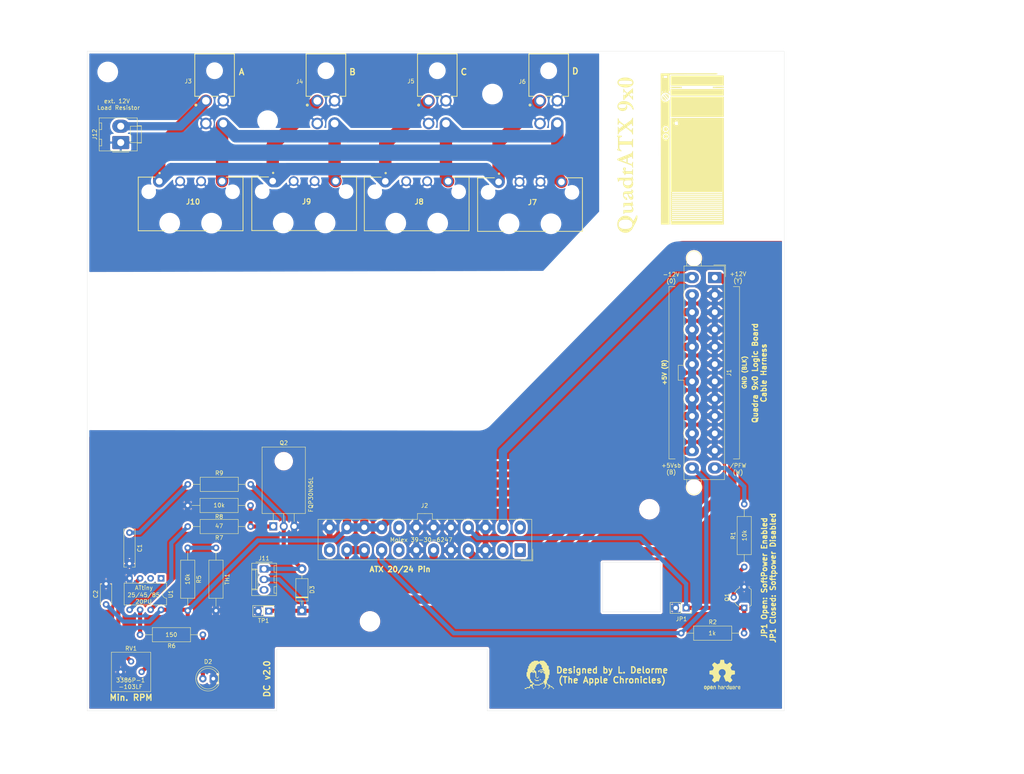
<source format=kicad_pcb>
(kicad_pcb (version 20171130) (host pcbnew "(5.1.5-0-10_14)")
  (layers (0 F.Cu signal) (31 B.Cu signal) (34 B.Paste user) (35 F.Paste user) (36 B.SilkS user) (37 F.SilkS user) (38 B.Mask user) (39 F.Mask user) (44 Edge.Cuts user))
  (net 0 "")
  (net 1 5V_standby)
  (net 2 5V)
  (net 3 -12V)
  (net 4 12V)
  (net 5 GND)
  (net 6 PFW)
  (net 7 PW_OK)
  (net 8 PS_ON)
  (net 9 -5V)
  (net 10 "Net-(Q1-Pad2)")
  (net 11 "Net-(J2-Pad13)")
  (net 12 "Net-(J2-Pad12)")
  (net 13 "Net-(J2-Pad2)")
  (net 14 "Net-(J2-Pad1)")
  (net 15 "Net-(J11-Pad3)")
  (net 16 Controller-)
  (net 17 "Net-(D2-Pad2)")
  (net 18 "Net-(U1-Pad1)")
  (net 19 "Net-(U1-Pad2)")
  (net 20 /PWM_signal)
  (net 21 /NTC_temp)
  (net 22 /LED_onoff)
  (net 23 /Pot)
  (net 24 /PWM_att)
  (net 25 "Net-(C1-Pad1)")
  (net 26 5V_HD)
  (net 27 12V_HD)
  (net 28 GND_HD)
  (module MountingHole:MountingHole_4mm (layer F.Cu) (at 170 150)
    (fp_text reference REF**)
    (fp_text value MountingHole_4mm)
    (pad 1 np_thru_hole circle (at 0 0) (size 4 4) (drill 4) (layers *.Cu *.Mask))
  )
  (module MountingHole:MountingHole_4mm (layer F.Cu) (at 170 140)
    (fp_text reference REF**)
    (fp_text value MountingHole_4mm)
    (pad 1 np_thru_hole circle (at 0 0) (size 4 4) (drill 4) (layers *.Cu *.Mask))
  )
  (module Quadra_LOGO:QuadrATX_9x0_1000B (layer F.Cu) (at 293.54 93.12 90)
    (fp_text reference G*** hide)
    (fp_text value LOGO hide)
  )
  (module Quadra_LOGO:4500 (layer F.Cu) (at 307.71 91.67)
    (fp_text reference G*** hide)
    (fp_text value LOGO hide)
  )
  (module Symbol:OSHW-Logo2_9.8x8mm_SilkScreen (layer F.Cu) (at 314.97 219.33)
    (fp_text reference REF** hide)
    (fp_text value OSHW-Logo2_9.8x8mm_SilkScreen hide)
  )
  (module Resistor_THT:R_Axial_DIN0309_L9.0mm_D3.2mm_P15.24mm_Horizontal (layer F.Cu) (at 185.39 203.68 90)
    (fp_text reference R5 (at 7.59 2.71 90) (layer F.SilkS))
    (fp_text value 10k (at 7.63 -0.04 90) (layer F.SilkS))
    (pad 1 thru_hole circle (at 0 0 90) (size 1.6 1.6) (drill 0.8) (layers *.Cu *.Mask) (net 2 5V))
    (pad 2 thru_hole oval (at 15.24 0 90) (size 1.6 1.6) (drill 0.8) (layers *.Cu *.Mask) (net 21 /NTC_temp))
  )
  (module LED_THT:LED_D5.0mm (layer F.Cu) (at 191.6 220.19 180)
    (fp_text reference D2 (at 1.27 4.13) (layer F.SilkS))
    (fp_text value LED)
    (pad 1 thru_hole rect (at 0 0 180) (size 1.8 1.8) (drill 0.9) (layers *.Cu *.Mask) (net 5 GND))
    (pad 2 thru_hole circle (at 2.54 0 180) (size 1.8 1.8) (drill 0.9) (layers *.Cu *.Mask) (net 17 "Net-(D2-Pad2)"))
  )
  (module Resistor_THT:R_Axial_DIN0309_L9.0mm_D3.2mm_P15.24mm_Horizontal (layer F.Cu) (at 192.24 188.44 270)
    (fp_text reference TH1 (at 7.62 -2.72 90) (layer F.SilkS))
    (fp_text value 10k)
    (pad 1 thru_hole circle (at 0 0 270) (size 1.6 1.6) (drill 0.8) (layers *.Cu *.Mask) (net 21 /NTC_temp))
    (pad 2 thru_hole oval (at 15.24 0 270) (size 1.6 1.6) (drill 0.8) (layers *.Cu *.Mask) (net 5 GND))
  )
  (module Package_TO_SOT_THT:TO-220F-3_Horizontal_TabDown (layer F.Cu) (at 206.13 183.23)
    (fp_text reference Q2 (at 2.54 -20.22) (layer F.SilkS))
    (fp_text value FQP30N06L (at 9.11 -7.71 -90) (layer F.SilkS))
    (pad "" np_thru_hole oval (at 2.54 -15.8) (size 3.5 3.5) (drill 3.5) (layers *.Cu *.Mask))
    (pad 1 thru_hole rect (at 0 0) (size 1.905 2) (drill 1.2) (layers *.Cu *.Mask) (net 24 /PWM_att))
    (pad 2 thru_hole oval (at 2.54 0) (size 1.905 2) (drill 1.2) (layers *.Cu *.Mask) (net 16 Controller-))
    (pad 3 thru_hole oval (at 5.08 0) (size 1.905 2) (drill 1.2) (layers *.Cu *.Mask) (net 5 GND))
  )
  (module MountingHole:MountingHole_4mm (layer F.Cu) (at 229.58 206.29)
    (fp_text reference REF**)
    (fp_text value MountingHole_4mm)
    (pad 1 np_thru_hole circle (at 0 0) (size 4 4) (drill 4) (layers *.Cu *.Mask))
  )
  (module Package_DIP:DIP-8_W7.62mm (layer F.Cu) (at 178.93 195.85 270)
    (fp_text reference U1 (at 3.81 -2.33 90) (layer F.SilkS))
    (fp_text value ATtiny (at 2.3 4.16 180) (layer F.SilkS))
    (pad 8 thru_hole oval (at 7.62 0 270) (size 1.6 1.6) (drill 0.8) (layers *.Cu *.Mask) (net 2 5V))
    (pad 4 thru_hole oval (at 0 7.62 270) (size 1.6 1.6) (drill 0.8) (layers *.Cu *.Mask) (net 5 GND))
    (pad 7 thru_hole oval (at 7.62 2.54 270) (size 1.6 1.6) (drill 0.8) (layers *.Cu *.Mask) (net 21 /NTC_temp))
    (pad 3 thru_hole oval (at 0 5.08 270) (size 1.6 1.6) (drill 0.8) (layers *.Cu *.Mask) (net 23 /Pot))
    (pad 6 thru_hole oval (at 7.62 5.08 270) (size 1.6 1.6) (drill 0.8) (layers *.Cu *.Mask) (net 22 /LED_onoff))
    (pad 2 thru_hole oval (at 0 2.54 270) (size 1.6 1.6) (drill 0.8) (layers *.Cu *.Mask) (net 19 "Net-(U1-Pad2)"))
    (pad 5 thru_hole oval (at 7.62 7.62 270) (size 1.6 1.6) (drill 0.8) (layers *.Cu *.Mask) (net 20 /PWM_signal))
    (pad 1 thru_hole rect (at 0 0 270) (size 1.6 1.6) (drill 0.8) (layers *.Cu *.Mask) (net 18 "Net-(U1-Pad1)"))
  )
  (module Square_Molex_4_pin_small:39-30-1040 (layer F.Cu) (at 272.9 66.1 180)
    (fp_text reference J6 (at 6.4 -9.25) (layer F.SilkS))
    (fp_text value 26-01-3115 hide)
    (pad 5 np_thru_hole circle (at 0 -6.6 180) (size 3.05 0) (drill 3.05) (layers *.Cu *.Mask))
    (pad 4 thru_hole circle (at -2.1 -19.4 180) (size 2.8 2.8) (drill 1.85) (layers *.Cu *.Mask) (net 26 5V_HD))
    (pad 3 thru_hole circle (at 2.1 -19.4 180) (size 2.8 2.8) (drill 1.85) (layers *.Cu *.Mask) (net 28 GND_HD))
    (pad 2 thru_hole circle (at -2.1 -13.9 180) (size 2.8 2.8) (drill 1.85) (layers *.Cu *.Mask) (net 28 GND_HD))
    (pad 1 thru_hole circle (at 2.1 -13.9 180) (size 2.8 2.8) (drill 1.85) (layers *.Cu *.Mask) (net 27 12V_HD))
  )
  (module Square_Molex_4_pin_small:39-30-1040 (layer F.Cu) (at 245.9 66.1 180)
    (fp_text reference J5 (at 6.4 -9.15) (layer F.SilkS))
    (fp_text value 26-01-3115 hide)
    (pad 5 np_thru_hole circle (at 0 -6.6 180) (size 3.05 0) (drill 3.05) (layers *.Cu *.Mask))
    (pad 4 thru_hole circle (at -2.1 -19.4 180) (size 2.8 2.8) (drill 1.85) (layers *.Cu *.Mask) (net 26 5V_HD))
    (pad 3 thru_hole circle (at 2.1 -19.4 180) (size 2.8 2.8) (drill 1.85) (layers *.Cu *.Mask) (net 28 GND_HD))
    (pad 2 thru_hole circle (at -2.1 -13.9 180) (size 2.8 2.8) (drill 1.85) (layers *.Cu *.Mask) (net 28 GND_HD))
    (pad 1 thru_hole circle (at 2.1 -13.9 180) (size 2.8 2.8) (drill 1.85) (layers *.Cu *.Mask) (net 27 12V_HD))
  )
  (module Square_Molex_4_pin_small:39-30-1040 (layer F.Cu) (at 218.9 66.1 180)
    (fp_text reference J4 (at 6.4 -9.25) (layer F.SilkS))
    (fp_text value 26-01-3115 hide)
    (pad 5 np_thru_hole circle (at 0 -6.6 180) (size 3.05 0) (drill 3.05) (layers *.Cu *.Mask))
    (pad 4 thru_hole circle (at -2.1 -19.4 180) (size 2.8 2.8) (drill 1.85) (layers *.Cu *.Mask) (net 26 5V_HD))
    (pad 3 thru_hole circle (at 2.1 -19.4 180) (size 2.8 2.8) (drill 1.85) (layers *.Cu *.Mask) (net 28 GND_HD))
    (pad 2 thru_hole circle (at -2.1 -13.9 180) (size 2.8 2.8) (drill 1.85) (layers *.Cu *.Mask) (net 28 GND_HD))
    (pad 1 thru_hole circle (at 2.1 -13.9 180) (size 2.8 2.8) (drill 1.85) (layers *.Cu *.Mask) (net 27 12V_HD))
  )
  (module Square_Molex_4_pin_small:39-30-1040 (layer F.Cu) (at 191.9 66.1 180)
    (fp_text reference J3 (at 6.4 -9.15) (layer F.SilkS))
    (fp_text value 26-01-3115 hide)
    (pad 5 np_thru_hole circle (at 0 -6.6 180) (size 3.05 0) (drill 3.05) (layers *.Cu *.Mask))
    (pad 4 thru_hole circle (at -2.1 -19.4 180) (size 2.8 2.8) (drill 1.85) (layers *.Cu *.Mask) (net 26 5V_HD))
    (pad 3 thru_hole circle (at 2.1 -19.4 180) (size 2.8 2.8) (drill 1.85) (layers *.Cu *.Mask) (net 28 GND_HD))
    (pad 2 thru_hole circle (at -2.1 -13.9 180) (size 2.8 2.8) (drill 1.85) (layers *.Cu *.Mask) (net 28 GND_HD))
    (pad 1 thru_hole circle (at 2.1 -13.9 180) (size 2.8 2.8) (drill 1.85) (layers *.Cu *.Mask) (net 27 12V_HD))
  )
  (module Connector_PinSocket_2.54mm:PinSocket_1x02_P2.54mm_Vertical (layer F.Cu) (at 306.22 203.02 270)
    (fp_text reference JP1 (at 2.7 1.12) (layer F.SilkS))
    (fp_text value Jumper_NO_Small)
    (pad 2 thru_hole oval (at 0 2.54 270) (size 1.7 1.7) (drill 1) (layers *.Cu *.Mask) (net 5 GND))
    (pad 1 thru_hole rect (at 0 0 270) (size 1.7 1.7) (drill 1) (layers *.Cu *.Mask) (net 8 PS_ON))
  )
  (module Resistor_THT:R_Axial_DIN0309_L9.0mm_D3.2mm_P15.24mm_Horizontal (layer F.Cu) (at 305.04 209.15)
    (fp_text reference R2 (at 7.63 -2.69) (layer F.SilkS))
    (fp_text value 1k (at 7.5 0) (layer F.SilkS))
    (pad 2 thru_hole oval (at 15.24 0) (size 1.6 1.6) (drill 0.8) (layers *.Cu *.Mask) (net 8 PS_ON))
    (pad 1 thru_hole circle (at 0 0) (size 1.6 1.6) (drill 0.8) (layers *.Cu *.Mask) (net 1 5V_standby))
  )
  (module Resistor_THT:R_Axial_DIN0309_L9.0mm_D3.2mm_P15.24mm_Horizontal (layer F.Cu) (at 320.32 193.09 90)
    (fp_text reference R1 (at 7.62 -2.69 90) (layer F.SilkS))
    (fp_text value 10k (at 7.62 0.05 90) (layer F.SilkS))
    (pad 2 thru_hole oval (at 15.24 0 90) (size 1.6 1.6) (drill 0.8) (layers *.Cu *.Mask) (net 6 PFW))
    (pad 1 thru_hole circle (at 0 0 90) (size 1.6 1.6) (drill 0.8) (layers *.Cu *.Mask) (net 10 "Net-(Q1-Pad2)"))
  )
  (module MountingHole:MountingHole_4mm (layer F.Cu) (at 325 73)
    (fp_text reference REF**)
    (fp_text value MountingHole_4mm)
    (pad 1 np_thru_hole circle (at 0 0) (size 4 4) (drill 4) (layers *.Cu *.Mask))
  )
  (module MountingHole:MountingHole_4mm (layer F.Cu) (at 166 73)
    (fp_text reference REF**)
    (fp_text value MountingHole_4mm)
    (pad 1 np_thru_hole circle (at 0 0) (size 4 4) (drill 4) (layers *.Cu *.Mask))
  )
  (module MountingHole:MountingHole_4mm (layer F.Cu) (at 297.32 179.08)
    (fp_text reference REF**)
    (fp_text value MountingHole_4mm)
    (pad 1 np_thru_hole circle (at 0 0) (size 4 4) (drill 4) (layers *.Cu *.Mask))
  )
  (module MountingHole:MountingHole_4mm (layer F.Cu) (at 259.28 78.37)
    (fp_text reference REF**)
    (fp_text value MountingHole_4mm)
    (pad 1 np_thru_hole circle (at 0 0) (size 4 4) (drill 4) (layers *.Cu *.Mask))
  )
  (module MountingHole:MountingHole_4mm (layer F.Cu) (at 204.76 84.82)
    (fp_text reference REF**)
    (fp_text value MountingHole_4mm)
    (pad 1 np_thru_hole circle (at 0 0) (size 4 4) (drill 4) (layers *.Cu *.Mask))
  )
  (module Quadra_LOGO:steve (layer F.Cu) (at 270.35 220.23)
    (fp_text reference G*** hide)
    (fp_text value LOGO hide)
  )
  (module Diode_THT:D_DO-41_SOD81_P10.16mm_Horizontal (layer F.Cu) (at 213.08 203.72 90)
    (fp_text reference D3 (at 5.12 2.47 90) (layer F.SilkS))
    (fp_text value 1N4001)
    (pad 2 thru_hole oval (at 10.16 0 90) (size 2.2 2.2) (drill 1.1) (layers *.Cu *.Mask) (net 16 Controller-))
    (pad 1 thru_hole rect (at 0 0 90) (size 2.2 2.2) (drill 1.1) (layers *.Cu *.Mask) (net 4 12V))
  )
  (module Connector_Molex:Molex_KK-254_AE-6410-03A_1x03_P2.54mm_Vertical (layer F.Cu) (at 203.89 193.57 270)
    (fp_text reference J11 (at -2.58 0 180) (layer F.SilkS))
    (fp_text value Conn_01x03_Male)
    (pad 1 thru_hole roundrect (at 0 0 270) (size 1.74 2.2) (drill 1.2) (layers *.Cu *.Mask) (roundrect_rratio 0.143678) (net 16 Controller-))
    (pad 2 thru_hole oval (at 2.54 0 270) (size 1.74 2.2) (drill 1.2) (layers *.Cu *.Mask) (net 4 12V))
    (pad 3 thru_hole oval (at 5.08 0 270) (size 1.74 2.2) (drill 1.2) (layers *.Cu *.Mask) (net 15 "Net-(J11-Pad3)"))
  )
  (module Resistor_THT:R_Axial_DIN0309_L9.0mm_D3.2mm_P15.24mm_Horizontal (layer F.Cu) (at 173.83 209.52)
    (fp_text reference R6 (at 7.65 2.72) (layer F.SilkS))
    (fp_text value 150 (at 7.59 0.01) (layer F.SilkS))
    (pad 2 thru_hole oval (at 15.24 0) (size 1.6 1.6) (drill 0.8) (layers *.Cu *.Mask) (net 17 "Net-(D2-Pad2)"))
    (pad 1 thru_hole circle (at 0 0) (size 1.6 1.6) (drill 0.8) (layers *.Cu *.Mask) (net 22 /LED_onoff))
  )
  (module Potentiometer:3386P-1-103LF (layer F.Cu) (at 171.66 218.55 180)
    (fp_text reference RV1 (at 0.01 5.69) (layer F.SilkS))
    (fp_text value 10k)
    (pad 3 thru_hole circle (at -2.54 0 180) (size 1.524 1.524) (drill 0.762) (layers *.Cu *.Mask) (net 2 5V))
    (pad 1 thru_hole circle (at 2.54 0 180) (size 1.524 1.524) (drill 0.762) (layers *.Cu *.Mask) (net 5 GND))
    (pad 2 thru_hole circle (at 0 2.54 180) (size 1.524 1.524) (drill 0.762) (layers *.Cu *.Mask) (net 23 /Pot))
  )
  (module Resistor_THT:R_Axial_DIN0309_L9.0mm_D3.2mm_P15.24mm_Horizontal (layer F.Cu) (at 200.64 183.28 180)
    (fp_text reference R7 (at 7.62 -2.72) (layer F.SilkS))
    (fp_text value 47 (at 7.64 0.11) (layer F.SilkS))
    (pad 1 thru_hole circle (at 0 0 180) (size 1.6 1.6) (drill 0.8) (layers *.Cu *.Mask) (net 24 /PWM_att))
    (pad 2 thru_hole oval (at 15.24 0 180) (size 1.6 1.6) (drill 0.8) (layers *.Cu *.Mask) (net 20 /PWM_signal))
  )
  (module Resistor_THT:R_Axial_DIN0309_L9.0mm_D3.2mm_P15.24mm_Horizontal (layer F.Cu) (at 200.62 178.17 180)
    (fp_text reference R8 (at 7.62 -2.72) (layer F.SilkS))
    (fp_text value 10k (at 7.62 0.05) (layer F.SilkS))
    (pad 2 thru_hole oval (at 15.24 0 180) (size 1.6 1.6) (drill 0.8) (layers *.Cu *.Mask) (net 5 GND))
    (pad 1 thru_hole circle (at 0 0 180) (size 1.6 1.6) (drill 0.8) (layers *.Cu *.Mask) (net 24 /PWM_att))
  )
  (module Resistor_THT:R_Axial_DIN0309_L9.0mm_D3.2mm_P15.24mm_Horizontal (layer F.Cu) (at 200.66 173.05 180)
    (fp_text reference R9 (at 7.63 2.74) (layer F.SilkS))
    (fp_text value R_snub)
    (pad 1 thru_hole circle (at 0 0 180) (size 1.6 1.6) (drill 0.8) (layers *.Cu *.Mask) (net 16 Controller-))
    (pad 2 thru_hole oval (at 15.24 0 180) (size 1.6 1.6) (drill 0.8) (layers *.Cu *.Mask) (net 25 "Net-(C1-Pad1)"))
  )
  (module Capacitor_THT:C_Rect_L9.0mm_W2.5mm_P7.50mm_MKT (layer F.Cu) (at 171.27 184.76 270)
    (fp_text reference C1 (at 3.75 -2.5 90) (layer F.SilkS))
    (fp_text value C_snub)
    (pad 1 thru_hole circle (at 0 0 270) (size 1.6 1.6) (drill 0.8) (layers *.Cu *.Mask) (net 25 "Net-(C1-Pad1)"))
    (pad 2 thru_hole circle (at 7.5 0 270) (size 1.6 1.6) (drill 0.8) (layers *.Cu *.Mask) (net 5 GND))
  )
  (module Capacitor_THT:C_Disc_D4.7mm_W2.5mm_P5.00mm (layer F.Cu) (at 165.59 202.18 90)
    (fp_text reference C2 (at 2.5 -2.5 90) (layer F.SilkS))
    (fp_text value 0.1uF)
    (pad 1 thru_hole circle (at 0 0 90) (size 1.6 1.6) (drill 0.8) (layers *.Cu *.Mask) (net 2 5V))
    (pad 2 thru_hole circle (at 5 0 90) (size 1.6 1.6) (drill 0.8) (layers *.Cu *.Mask) (net 5 GND))
  )
  (module Connector_Molex:Molex_Mini-Fit_Jr_5566-24A_2x12_P4.20mm_Vertical (layer F.Cu) (at 266 189 180)
    (fp_text reference J2 (at 23.2 10.79) (layer F.SilkS))
    (fp_text value 0039281243)
    (pad 24 thru_hole oval (at 46.2 5.5 180) (size 2.7 3.3) (drill 1.4) (layers *.Cu *.Mask) (net 5 GND))
    (pad 23 thru_hole oval (at 42 5.5 180) (size 2.7 3.3) (drill 1.4) (layers *.Cu *.Mask) (net 2 5V))
    (pad 22 thru_hole oval (at 37.8 5.5 180) (size 2.7 3.3) (drill 1.4) (layers *.Cu *.Mask) (net 2 5V))
    (pad 21 thru_hole oval (at 33.6 5.5 180) (size 2.7 3.3) (drill 1.4) (layers *.Cu *.Mask) (net 2 5V))
    (pad 20 thru_hole oval (at 29.4 5.5 180) (size 2.7 3.3) (drill 1.4) (layers *.Cu *.Mask) (net 9 -5V))
    (pad 19 thru_hole oval (at 25.2 5.5 180) (size 2.7 3.3) (drill 1.4) (layers *.Cu *.Mask) (net 5 GND))
    (pad 18 thru_hole oval (at 21 5.5 180) (size 2.7 3.3) (drill 1.4) (layers *.Cu *.Mask) (net 5 GND))
    (pad 17 thru_hole oval (at 16.8 5.5 180) (size 2.7 3.3) (drill 1.4) (layers *.Cu *.Mask) (net 5 GND))
    (pad 16 thru_hole oval (at 12.6 5.5 180) (size 2.7 3.3) (drill 1.4) (layers *.Cu *.Mask) (net 8 PS_ON))
    (pad 15 thru_hole oval (at 8.4 5.5 180) (size 2.7 3.3) (drill 1.4) (layers *.Cu *.Mask) (net 5 GND))
    (pad 14 thru_hole oval (at 4.2 5.5 180) (size 2.7 3.3) (drill 1.4) (layers *.Cu *.Mask) (net 3 -12V))
    (pad 13 thru_hole oval (at 0 5.5 180) (size 2.7 3.3) (drill 1.4) (layers *.Cu *.Mask) (net 11 "Net-(J2-Pad13)"))
    (pad 12 thru_hole oval (at 46.2 0 180) (size 2.7 3.3) (drill 1.4) (layers *.Cu *.Mask) (net 12 "Net-(J2-Pad12)"))
    (pad 11 thru_hole oval (at 42 0 180) (size 2.7 3.3) (drill 1.4) (layers *.Cu *.Mask) (net 4 12V))
    (pad 10 thru_hole oval (at 37.8 0 180) (size 2.7 3.3) (drill 1.4) (layers *.Cu *.Mask) (net 4 12V))
    (pad 9 thru_hole oval (at 33.6 0 180) (size 2.7 3.3) (drill 1.4) (layers *.Cu *.Mask) (net 1 5V_standby))
    (pad 8 thru_hole oval (at 29.4 0 180) (size 2.7 3.3) (drill 1.4) (layers *.Cu *.Mask) (net 7 PW_OK))
    (pad 7 thru_hole oval (at 25.2 0 180) (size 2.7 3.3) (drill 1.4) (layers *.Cu *.Mask) (net 5 GND))
    (pad 6 thru_hole oval (at 21 0 180) (size 2.7 3.3) (drill 1.4) (layers *.Cu *.Mask) (net 2 5V))
    (pad 5 thru_hole oval (at 16.8 0 180) (size 2.7 3.3) (drill 1.4) (layers *.Cu *.Mask) (net 5 GND))
    (pad 4 thru_hole oval (at 12.6 0 180) (size 2.7 3.3) (drill 1.4) (layers *.Cu *.Mask) (net 2 5V))
    (pad 3 thru_hole oval (at 8.4 0 180) (size 2.7 3.3) (drill 1.4) (layers *.Cu *.Mask) (net 5 GND))
    (pad 2 thru_hole oval (at 4.2 0 180) (size 2.7 3.3) (drill 1.4) (layers *.Cu *.Mask) (net 13 "Net-(J2-Pad2)"))
    (pad 1 thru_hole roundrect (at 0 0 180) (size 2.7 3.3) (drill 1.4) (layers *.Cu *.Mask) (roundrect_rratio 0.09259299999999999) (net 14 "Net-(J2-Pad1)"))
  )
  (module Package_TO_SOT_THT:TO-92L_Wide (layer F.Cu) (at 320.31 203 90)
    (fp_text reference Q1 (at 2.55 -4.15 90) (layer F.SilkS))
    (fp_text value BC547)
    (pad 2 thru_hole circle (at 2.54 -2.54 180) (size 1.5 1.5) (drill 0.8) (layers *.Cu *.Mask) (net 10 "Net-(Q1-Pad2)"))
    (pad 3 thru_hole circle (at 5.08 0 180) (size 1.5 1.5) (drill 0.8) (layers *.Cu *.Mask) (net 5 GND))
    (pad 1 thru_hole rect (at 0 0 180) (size 1.5 1.5) (drill 0.8) (layers *.Cu *.Mask) (net 8 PS_ON))
  )
  (module Connector_PinHeader_2.54mm:PinHeader_2x01_P2.54mm_Vertical (layer F.Cu) (at 205.04 203.79 180)
    (fp_text reference TP1 (at 1.27 -2.33) (layer F.SilkS))
    (fp_text value TestPoint_2Pole)
    (pad 1 thru_hole rect (at 0 0 180) (size 1.7 1.7) (drill 1) (layers *.Cu *.Mask) (net 4 12V))
    (pad 2 thru_hole oval (at 2.54 0 180) (size 1.7 1.7) (drill 1) (layers *.Cu *.Mask) (net 5 GND))
  )
  (module Molex_Right_Angle:641737-1 (layer F.Cu) (at 268.38 99.67 180)
    (fp_text reference J7 (at -0.575 -4.968) (layer F.SilkS) (effects (font (size 1.27 1.27) (thickness 0.254))))
    (fp_text value 15-24-4449 hide)
    (pad 1 thru_hole circle (at 7.62 0 180) (size 2.4 2.4) (drill 1.6) (layers *.Cu *.Mask) (net 27 12V_HD))
    (pad 2 thru_hole circle (at 2.54 0 180) (size 2.4 2.4) (drill 1.6) (layers *.Cu *.Mask) (net 28 GND_HD))
    (pad 3 thru_hole circle (at -2.54 0 180) (size 2.4 2.4) (drill 1.6) (layers *.Cu *.Mask) (net 28 GND_HD))
    (pad 4 thru_hole circle (at -7.62 0 180) (size 2.4 2.4) (drill 1.6) (layers *.Cu *.Mask) (net 26 5V_HD))
    (pad 5 np_thru_hole circle (at -10.16 -2.54 180) (size 2.54 0) (drill 2.54) (layers *.Cu *.Mask))
    (pad 6 np_thru_hole circle (at -5.08 -10.16 180) (size 4 0) (drill 4) (layers *.Cu *.Mask))
    (pad 7 np_thru_hole circle (at 5.08 -10.16 180) (size 4 0) (drill 4) (layers *.Cu *.Mask))
    (pad 8 np_thru_hole circle (at 10.16 -2.54 180) (size 2.54 0) (drill 2.54) (layers *.Cu *.Mask))
  )
  (module Molex_Right_Angle:641737-1 (layer F.Cu) (at 240.91 99.52 180)
    (fp_text reference J8 (at -0.575 -4.968) (layer F.SilkS) (effects (font (size 1.27 1.27) (thickness 0.254))))
    (fp_text value 15-24-4449 hide)
    (pad 8 np_thru_hole circle (at 10.16 -2.54 180) (size 2.54 0) (drill 2.54) (layers *.Cu *.Mask))
    (pad 7 np_thru_hole circle (at 5.08 -10.16 180) (size 4 0) (drill 4) (layers *.Cu *.Mask))
    (pad 6 np_thru_hole circle (at -5.08 -10.16 180) (size 4 0) (drill 4) (layers *.Cu *.Mask))
    (pad 5 np_thru_hole circle (at -10.16 -2.54 180) (size 2.54 0) (drill 2.54) (layers *.Cu *.Mask))
    (pad 4 thru_hole circle (at -7.62 0 180) (size 2.4 2.4) (drill 1.6) (layers *.Cu *.Mask) (net 26 5V_HD))
    (pad 3 thru_hole circle (at -2.54 0 180) (size 2.4 2.4) (drill 1.6) (layers *.Cu *.Mask) (net 28 GND_HD))
    (pad 2 thru_hole circle (at 2.54 0 180) (size 2.4 2.4) (drill 1.6) (layers *.Cu *.Mask) (net 28 GND_HD))
    (pad 1 thru_hole circle (at 7.62 0 180) (size 2.4 2.4) (drill 1.6) (layers *.Cu *.Mask) (net 27 12V_HD))
  )
  (module Molex_Right_Angle:641737-1 (layer F.Cu) (at 213.62 99.48 180)
    (fp_text reference J9 (at -0.575 -4.968) (layer F.SilkS) (effects (font (size 1.27 1.27) (thickness 0.254))))
    (fp_text value 15-24-4449 hide)
    (pad 8 np_thru_hole circle (at 10.16 -2.54 180) (size 2.54 0) (drill 2.54) (layers *.Cu *.Mask))
    (pad 7 np_thru_hole circle (at 5.08 -10.16 180) (size 4 0) (drill 4) (layers *.Cu *.Mask))
    (pad 6 np_thru_hole circle (at -5.08 -10.16 180) (size 4 0) (drill 4) (layers *.Cu *.Mask))
    (pad 5 np_thru_hole circle (at -10.16 -2.54 180) (size 2.54 0) (drill 2.54) (layers *.Cu *.Mask))
    (pad 4 thru_hole circle (at -7.62 0 180) (size 2.4 2.4) (drill 1.6) (layers *.Cu *.Mask) (net 26 5V_HD))
    (pad 3 thru_hole circle (at -2.54 0 180) (size 2.4 2.4) (drill 1.6) (layers *.Cu *.Mask) (net 28 GND_HD))
    (pad 2 thru_hole circle (at 2.54 0 180) (size 2.4 2.4) (drill 1.6) (layers *.Cu *.Mask) (net 28 GND_HD))
    (pad 1 thru_hole circle (at 7.62 0 180) (size 2.4 2.4) (drill 1.6) (layers *.Cu *.Mask) (net 27 12V_HD))
  )
  (module Molex_Right_Angle:641737-1 (layer F.Cu) (at 186.1 99.52 180)
    (fp_text reference J10 (at -0.575 -4.968) (layer F.SilkS) (effects (font (size 1.27 1.27) (thickness 0.254))))
    (fp_text value 15-24-4449 hide)
    (pad 1 thru_hole circle (at 7.62 0 180) (size 2.4 2.4) (drill 1.6) (layers *.Cu *.Mask) (net 27 12V_HD))
    (pad 2 thru_hole circle (at 2.54 0 180) (size 2.4 2.4) (drill 1.6) (layers *.Cu *.Mask) (net 28 GND_HD))
    (pad 3 thru_hole circle (at -2.54 0 180) (size 2.4 2.4) (drill 1.6) (layers *.Cu *.Mask) (net 28 GND_HD))
    (pad 4 thru_hole circle (at -7.62 0 180) (size 2.4 2.4) (drill 1.6) (layers *.Cu *.Mask) (net 26 5V_HD))
    (pad 5 np_thru_hole circle (at -10.16 -2.54 180) (size 2.54 0) (drill 2.54) (layers *.Cu *.Mask))
    (pad 6 np_thru_hole circle (at -5.08 -10.16 180) (size 4 0) (drill 4) (layers *.Cu *.Mask))
    (pad 7 np_thru_hole circle (at 5.08 -10.16 180) (size 4 0) (drill 4) (layers *.Cu *.Mask))
    (pad 8 np_thru_hole circle (at 10.16 -2.54 180) (size 2.54 0) (drill 2.54) (layers *.Cu *.Mask))
  )
  (module Connector_Molex:Molex_Mini-Fit_Jr_5566-24A2_2x12_P4.20mm_Vertical (layer F.Cu) (at 313.17 122.88 270)
    (fp_text reference J1 (at 23.1 -3.45 90) (layer F.SilkS))
    (fp_text value 0039281243)
    (pad 1 thru_hole roundrect (at 0 0 270) (size 2.7 3.3) (drill 1.4) (layers *.Cu *.Mask) (roundrect_rratio 0.09259299999999999) (net 4 12V))
    (pad 2 thru_hole oval (at 4.2 0 270) (size 2.7 3.3) (drill 1.4) (layers *.Cu *.Mask) (net 5 GND))
    (pad 3 thru_hole oval (at 8.4 0 270) (size 2.7 3.3) (drill 1.4) (layers *.Cu *.Mask) (net 5 GND))
    (pad 4 thru_hole oval (at 12.6 0 270) (size 2.7 3.3) (drill 1.4) (layers *.Cu *.Mask) (net 5 GND))
    (pad 5 thru_hole oval (at 16.8 0 270) (size 2.7 3.3) (drill 1.4) (layers *.Cu *.Mask) (net 5 GND))
    (pad 6 thru_hole oval (at 21 0 270) (size 2.7 3.3) (drill 1.4) (layers *.Cu *.Mask) (net 5 GND))
    (pad 7 thru_hole oval (at 25.2 0 270) (size 2.7 3.3) (drill 1.4) (layers *.Cu *.Mask) (net 5 GND))
    (pad 8 thru_hole oval (at 29.4 0 270) (size 2.7 3.3) (drill 1.4) (layers *.Cu *.Mask) (net 5 GND))
    (pad 9 thru_hole oval (at 33.6 0 270) (size 2.7 3.3) (drill 1.4) (layers *.Cu *.Mask) (net 5 GND))
    (pad 10 thru_hole oval (at 37.8 0 270) (size 2.7 3.3) (drill 1.4) (layers *.Cu *.Mask) (net 5 GND))
    (pad 11 thru_hole oval (at 42 0 270) (size 2.7 3.3) (drill 1.4) (layers *.Cu *.Mask) (net 5 GND))
    (pad 12 thru_hole oval (at 46.2 0 270) (size 2.7 3.3) (drill 1.4) (layers *.Cu *.Mask) (net 6 PFW))
    (pad 13 thru_hole oval (at 0 5.5 270) (size 2.7 3.3) (drill 1.4) (layers *.Cu *.Mask) (net 3 -12V))
    (pad 14 thru_hole oval (at 4.2 5.5 270) (size 2.7 3.3) (drill 1.4) (layers *.Cu *.Mask) (net 2 5V))
    (pad 15 thru_hole oval (at 8.4 5.5 270) (size 2.7 3.3) (drill 1.4) (layers *.Cu *.Mask) (net 2 5V))
    (pad 16 thru_hole oval (at 12.6 5.5 270) (size 2.7 3.3) (drill 1.4) (layers *.Cu *.Mask) (net 2 5V))
    (pad 17 thru_hole oval (at 16.8 5.5 270) (size 2.7 3.3) (drill 1.4) (layers *.Cu *.Mask) (net 2 5V))
    (pad 18 thru_hole oval (at 21 5.5 270) (size 2.7 3.3) (drill 1.4) (layers *.Cu *.Mask) (net 2 5V))
    (pad 19 thru_hole oval (at 25.2 5.5 270) (size 2.7 3.3) (drill 1.4) (layers *.Cu *.Mask) (net 2 5V))
    (pad 20 thru_hole oval (at 29.4 5.5 270) (size 2.7 3.3) (drill 1.4) (layers *.Cu *.Mask) (net 2 5V))
    (pad 21 thru_hole oval (at 33.6 5.5 270) (size 2.7 3.3) (drill 1.4) (layers *.Cu *.Mask) (net 2 5V))
    (pad 22 thru_hole oval (at 37.8 5.5 270) (size 2.7 3.3) (drill 1.4) (layers *.Cu *.Mask) (net 2 5V))
    (pad 23 thru_hole oval (at 42 5.5 270) (size 2.7 3.3) (drill 1.4) (layers *.Cu *.Mask) (net 2 5V))
    (pad 24 thru_hole oval (at 46.2 5.5 270) (size 2.7 3.3) (drill 1.4) (layers *.Cu *.Mask) (net 1 5V_standby))
    (pad "" np_thru_hole circle (at -4.7 5.04 270) (size 3 3) (drill 3) (layers *.Cu *.Mask))
    (pad "" np_thru_hole circle (at 50.9 5.04 270) (size 3 3) (drill 3) (layers *.Cu *.Mask))
  )
  (module Connector_Molex:Molex_KK-396_A-41791-0002_1x02_P3.96mm_Vertical (layer F.Cu) (at 169.15 90.13 90)
    (fp_text reference J12 (at 1.98 -6.31 90) (layer F.SilkS))
    (fp_text value Conn_01x02_Male)
    (pad 1 thru_hole roundrect (at 0 0 90) (size 3.16 4.1) (drill 1.7) (layers *.Cu *.Mask) (roundrect_rratio 0.079114) (net 28 GND_HD))
    (pad 2 thru_hole oval (at 3.96 0 90) (size 3.16 4.1) (drill 1.7) (layers *.Cu *.Mask) (net 27 12V_HD))
  )
  (gr_text "DC v2.0" (at 204.6 220.23 90) (layer F.SilkS) (effects (font (size 1.5 1.5) (thickness 0.3))))
  (gr_text "3386P-1\n-103LF" (at 171.53 221.36) (layer F.SilkS) (effects (font (size 1 1))))
  (gr_text "25/45/85\n20PU" (at 174.71 200.7) (layer F.SilkS) (effects (font (size 1 1))))
  (gr_text "Min. RPM" (at 171.65 224.78) (layer F.SilkS) (effects (font (size 1.5 1.5) (thickness 0.3))))
  (gr_text D (at 279.35 72.82) (layer F.SilkS) (effects (font (size 1.5 1.5) (thickness 0.3))))
  (gr_text C (at 252.34 72.99) (layer F.SilkS) (effects (font (size 1.5 1.5) (thickness 0.3))))
  (gr_text B (at 225.34 73) (layer F.SilkS) (effects (font (size 1.5 1.5) (thickness 0.3))))
  (gr_text A (at 198.45 73) (layer F.SilkS) (effects (font (size 1.5 1.5) (thickness 0.3))))
  (gr_text "Designed by L. Delorme \n(The Apple Chronicles) \n\n" (at 288.85 220.53) (layer F.SilkS) (effects (font (size 1.5 1.5) (thickness 0.3))))
  (gr_text "Molex 39-30-6247" (at 242 186.5) (layer F.SilkS) (effects (font (size 1 1))))
  (gr_text "+5Vsb\n(B)" (at 302.6 169.28) (layer F.SilkS) (effects (font (size 1 1))))
  (gr_text "+5V (R)" (at 300.97 145.88 90) (layer F.SilkS) (effects (font (size 1 1) (thickness 0.25))))
  (gr_line (start 302.07 125.08) (end 303.57 125.08) (layer F.SilkS) (width 0.12))
  (gr_line (start 302.07 125.08) (end 302.07 166.88) (layer F.SilkS) (width 0.12))
  (gr_line (start 303.57 166.88) (end 302.07 166.88) (layer F.SilkS) (width 0.12))
  (gr_text "GND (BLK)" (at 320.37 145.88 90) (layer F.SilkS) (effects (font (size 1 1) (thickness 0.25))))
  (gr_line (start 319.17 166.88) (end 317.67 166.88) (layer F.SilkS) (width 0.12))
  (gr_line (start 319.17 125.08) (end 319.17 166.88) (layer F.SilkS) (width 0.12))
  (gr_line (start 317.67 125.08) (end 319.17 125.08) (layer F.SilkS) (width 0.12))
  (gr_text "-12V\n(0)" (at 302.6 122.92) (layer F.SilkS) (effects (font (size 1 1))))
  (gr_text "+12V\n(Y)" (at 318.8 122.82) (layer F.SilkS) (effects (font (size 1 1))))
  (gr_text "/PFW\n(W)" (at 318.8 169.3) (layer F.SilkS) (effects (font (size 1 1))))
  (gr_text "JP1 Open: SoftPower Enabled\nJP1 Closed: Softpower Disabled" (at 326.23 195.74 90) (layer F.SilkS) (effects (font (size 1.3 1.3) (thickness 0.3))))
  (gr_text "ext. 12V \nLoad Resistor" (at 168.62 80.88) (layer F.SilkS) (effects (font (size 1 1))))
  (gr_text "Quadra 9x0 Logic Board\nCable Harness" (at 323.99 146.04 90) (layer F.SilkS) (effects (font (size 1.3 1.3) (thickness 0.3))))
  (gr_text "ATX 20/24 Pin" (at 236.87 193.66) (layer F.SilkS) (effects (font (size 1.3 1.3) (thickness 0.3))))
  (gr_line (start 258 228) (end 330 228) (layer Edge.Cuts) (width 0.05))
  (gr_line (start 330 228) (end 330 68) (layer Edge.Cuts) (width 0.05))
  (gr_line (start 300 204) (end 286 204) (layer Edge.Cuts) (width 0.05))
  (gr_line (start 300 192) (end 300 204) (layer Edge.Cuts) (width 0.05))
  (gr_line (start 286 192) (end 300 192) (layer Edge.Cuts) (width 0.05))
  (gr_line (start 286 192) (end 286 204) (layer Edge.Cuts) (width 0.05))
  (gr_line (start 330 68) (end 161 68) (layer Edge.Cuts) (width 0.05))
  (gr_line (start 161 228) (end 161 68) (layer Edge.Cuts) (width 0.05))
  (gr_line (start 207 213) (end 207 228) (layer Edge.Cuts) (width 0.05))
  (gr_line (start 258 213) (end 207 213) (layer Edge.Cuts) (width 0.05))
  (gr_line (start 258 213) (end 258 228) (layer Edge.Cuts) (width 0.05))
  (gr_line (start 207 228) (end 161 228) (layer Edge.Cuts) (width 0.05))
  (segment (start 232.4 191.65) (end 232.4 189) (width 1) (layer B.Cu) (net 1))
  (segment (start 249.9 209.15) (end 232.4 191.65) (width 1) (layer B.Cu) (net 1))
  (segment (start 305.04 209.15) (end 249.9 209.15) (width 1) (layer B.Cu) (net 1))
  (segment (start 307.97 169.08) (end 307.67 169.08) (width 1) (layer B.Cu) (net 1))
  (segment (start 307.97 169.08) (end 311.11 172.22) (width 1) (layer B.Cu) (net 1))
  (segment (start 311.11 203.08) (end 305.04 209.15) (width 1) (layer B.Cu) (net 1))
  (segment (start 311.11 172.22) (end 311.11 203.08) (width 1) (layer B.Cu) (net 1))
  (segment (start 179.06 203.6) (end 178.93 203.47) (width 1) (layer F.Cu) (net 2))
  (segment (start 179.06 203.6) (end 178.93 203.47) (width 1) (layer B.Cu) (net 2))
  (segment (start 174.2 218.19) (end 174.2 218.55) (width 1) (layer F.Cu) (net 2))
  (segment (start 224 183.5) (end 232.4 183.5) (width 2) (layer B.Cu) (net 2))
  (segment (start 307.67 127.08) (end 307.67 164.88) (width 2) (layer B.Cu) (net 2))
  (segment (start 307.67 156.48) (end 304.02 156.48) (width 2) (layer F.Cu) (net 2))
  (segment (start 253.4 189) (end 253.4 189.3) (width 2) (layer F.Cu) (net 2))
  (segment (start 245 192.65) (end 245 189) (width 2) (layer F.Cu) (net 2))
  (segment (start 249.56 197.21) (end 245 192.65) (width 2) (layer F.Cu) (net 2))
  (segment (start 307.67 131.28) (end 304.76 131.28) (width 2) (layer F.Cu) (net 2))
  (segment (start 307.67 139.68) (end 304.88 139.68) (width 2) (layer F.Cu) (net 2))
  (segment (start 307.67 148.08) (end 305.09 148.08) (width 2) (layer F.Cu) (net 2))
  (segment (start 232.4 183.2) (end 238.12 177.48) (width 2) (layer F.Cu) (net 2))
  (segment (start 232.4 183.5) (end 232.4 183.2) (width 2) (layer F.Cu) (net 2))
  (segment (start 275.69 177.48) (end 305.09 148.08) (width 2) (layer F.Cu) (net 2))
  (segment (start 238.12 177.48) (end 275.69 177.48) (width 2) (layer F.Cu) (net 2))
  (segment (start 228.2 179.85) (end 235.2 172.85) (width 2) (layer F.Cu) (net 2))
  (segment (start 228.2 183.5) (end 228.2 179.85) (width 2) (layer F.Cu) (net 2))
  (segment (start 271.71 172.85) (end 304.88 139.68) (width 2) (layer F.Cu) (net 2))
  (segment (start 235.2 172.85) (end 271.71 172.85) (width 2) (layer F.Cu) (net 2))
  (segment (start 224 183.5) (end 224 176.62) (width 2) (layer F.Cu) (net 2))
  (segment (start 224 176.62) (end 232.2 168.42) (width 2) (layer F.Cu) (net 2))
  (segment (start 267.62 168.42) (end 304.76 131.28) (width 2) (layer F.Cu) (net 2))
  (segment (start 232.2 168.42) (end 267.62 168.42) (width 2) (layer F.Cu) (net 2))
  (segment (start 249.56 197.21) (end 270.81 197.21) (width 2) (layer F.Cu) (net 2))
  (segment (start 303.14 164.88) (end 307.67 164.88) (width 2) (layer F.Cu) (net 2))
  (segment (start 270.81 197.21) (end 303.14 164.88) (width 2) (layer F.Cu) (net 2))
  (segment (start 253.4 189.3) (end 257.47 193.37) (width 2) (layer F.Cu) (net 2))
  (segment (start 267.13 193.37) (end 304.02 156.48) (width 2) (layer F.Cu) (net 2))
  (segment (start 257.47 193.37) (end 267.13 193.37) (width 2) (layer F.Cu) (net 2))
  (segment (start 179.15 203.69) (end 178.93 203.47) (width 1) (layer F.Cu) (net 2))
  (segment (start 178.93 203.47) (end 176.06 206.34) (width 1) (layer B.Cu) (net 2))
  (segment (start 176.06 206.34) (end 169.75 206.34) (width 1) (layer B.Cu) (net 2))
  (segment (start 169.75 206.34) (end 165.59 202.18) (width 1) (layer B.Cu) (net 2))
  (segment (start 185.18 203.47) (end 185.39 203.68) (width 1) (layer F.Cu) (net 2))
  (segment (start 178.93 203.47) (end 185.18 203.47) (width 1) (layer F.Cu) (net 2))
  (segment (start 202.42001 186.64999) (end 186.189999 202.880001) (width 1) (layer B.Cu) (net 2))
  (segment (start 224 183.8) (end 221.15001 186.64999) (width 1) (layer B.Cu) (net 2))
  (segment (start 186.189999 202.880001) (end 185.39 203.68) (width 1) (layer B.Cu) (net 2))
  (segment (start 221.15001 186.64999) (end 202.42001 186.64999) (width 1) (layer B.Cu) (net 2))
  (segment (start 224 183.5) (end 224 183.8) (width 1) (layer B.Cu) (net 2))
  (segment (start 185.39 207.36) (end 174.2 218.55) (width 1) (layer F.Cu) (net 2))
  (segment (start 185.39 203.68) (end 185.39 207.36) (width 1) (layer F.Cu) (net 2))
  (segment (start 304.02 122.88) (end 307.67 122.88) (width 2) (layer B.Cu) (net 3))
  (segment (start 261.8 165.1) (end 304.02 122.88) (width 2) (layer B.Cu) (net 3))
  (segment (start 261.8 183.5) (end 261.8 165.1) (width 2) (layer B.Cu) (net 3))
  (segment (start 224 189) (end 228.2 189) (width 2) (layer F.Cu) (net 4))
  (segment (start 215.18 203.72) (end 213.08 203.72) (width 1) (layer F.Cu) (net 4))
  (segment (start 224 194.9) (end 215.18 203.72) (width 1) (layer F.Cu) (net 4))
  (segment (start 224 189) (end 224 194.9) (width 1) (layer F.Cu) (net 4))
  (segment (start 205.11 203.72) (end 205.04 203.79) (width 1) (layer F.Cu) (net 4))
  (segment (start 213.08 203.72) (end 205.11 203.72) (width 1) (layer F.Cu) (net 4))
  (segment (start 207.57 196.11) (end 205.99 196.11) (width 1) (layer B.Cu) (net 4))
  (segment (start 205.99 196.11) (end 203.89 196.11) (width 1) (layer B.Cu) (net 4))
  (segment (start 213.08 201.62) (end 207.57 196.11) (width 1) (layer B.Cu) (net 4))
  (segment (start 213.08 203.72) (end 213.08 201.62) (width 1) (layer B.Cu) (net 4))
  (segment (start 236.55 201) (end 273.81 201) (width 2) (layer F.Cu) (net 4))
  (segment (start 273.81 201) (end 285.53 189.28) (width 2) (layer F.Cu) (net 4))
  (segment (start 228.2 192.65) (end 236.55 201) (width 2) (layer F.Cu) (net 4))
  (segment (start 228.2 189) (end 228.2 192.65) (width 2) (layer F.Cu) (net 4))
  (segment (start 314.82 122.88) (end 317.42 125.48) (width 2) (layer F.Cu) (net 4))
  (segment (start 313.17 122.88) (end 314.82 122.88) (width 2) (layer F.Cu) (net 4))
  (segment (start 317.42 125.48) (end 317.42 172.78) (width 2) (layer F.Cu) (net 4))
  (segment (start 300.92 189.28) (end 285.53 189.28) (width 2) (layer F.Cu) (net 4))
  (segment (start 317.42 172.78) (end 300.92 189.28) (width 2) (layer F.Cu) (net 4))
  (segment (start 166.92 195.85) (end 165.59 197.18) (width 1) (layer F.Cu) (net 5))
  (segment (start 171.31 195.85) (end 166.92 195.85) (width 1) (layer F.Cu) (net 5))
  (segment (start 313.17 169.08) (end 312.87 169.08) (width 2) (layer B.Cu) (net 6))
  (segment (start 320.32 176.71863) (end 320.32 177.85) (width 1) (layer B.Cu) (net 6))
  (segment (start 320.32 173.58) (end 320.32 176.71863) (width 1) (layer B.Cu) (net 6))
  (segment (start 315.82 169.08) (end 320.32 173.58) (width 1) (layer B.Cu) (net 6))
  (segment (start 313.17 169.08) (end 315.82 169.08) (width 1) (layer B.Cu) (net 6))
  (segment (start 320.28 203.03) (end 320.31 203) (width 1) (layer F.Cu) (net 8))
  (segment (start 320.3 203.01) (end 320.31 203) (width 1) (layer F.Cu) (net 8))
  (segment (start 320.31 209.12) (end 320.28 209.15) (width 1) (layer F.Cu) (net 8))
  (segment (start 320.31 203) (end 320.31 209.12) (width 1) (layer F.Cu) (net 8))
  (segment (start 253.4 183.8) (end 255.68 186.08) (width 1) (layer B.Cu) (net 8))
  (segment (start 253.4 183.5) (end 253.4 183.8) (width 1) (layer B.Cu) (net 8))
  (segment (start 295.105318 186.08) (end 255.68 186.08) (width 1) (layer B.Cu) (net 8))
  (segment (start 306.22 197.194682) (end 295.105318 186.08) (width 1) (layer B.Cu) (net 8))
  (segment (start 306.22 203.02) (end 306.22 197.194682) (width 1) (layer B.Cu) (net 8))
  (segment (start 320.29 203.02) (end 320.31 203) (width 1) (layer F.Cu) (net 8))
  (segment (start 306.22 203.02) (end 320.29 203.02) (width 1) (layer F.Cu) (net 8))
  (segment (start 317.77 200.46) (end 317.77 195.64) (width 1) (layer F.Cu) (net 10))
  (segment (start 317.77 195.64) (end 320.32 193.09) (width 1) (layer F.Cu) (net 10))
  (segment (start 203.9 193.56) (end 203.89 193.57) (width 1) (layer B.Cu) (net 16))
  (segment (start 213.08 193.56) (end 203.9 193.56) (width 1) (layer B.Cu) (net 16))
  (segment (start 208.67 189.15) (end 213.08 193.56) (width 1) (layer F.Cu) (net 16))
  (segment (start 208.67 183.23) (end 208.67 189.15) (width 1) (layer F.Cu) (net 16))
  (segment (start 208.67 181.06) (end 208.67 183.23) (width 1) (layer B.Cu) (net 16))
  (segment (start 200.66 173.05) (end 208.67 181.06) (width 1) (layer B.Cu) (net 16))
  (segment (start 189.07 220.18) (end 189.06 220.19) (width 1) (layer F.Cu) (net 17))
  (segment (start 189.07 209.52) (end 189.07 220.18) (width 1) (layer F.Cu) (net 17))
  (segment (start 176.060002 201.58) (end 173.2 201.58) (width 1) (layer B.Cu) (net 20))
  (segment (start 181.4 196.240002) (end 176.060002 201.58) (width 1) (layer B.Cu) (net 20))
  (segment (start 181.4 187.28) (end 181.4 196.240002) (width 1) (layer B.Cu) (net 20))
  (segment (start 185.4 183.28) (end 181.4 187.28) (width 1) (layer B.Cu) (net 20))
  (segment (start 173.2 201.58) (end 171.31 203.47) (width 1) (layer B.Cu) (net 20))
  (segment (start 185.39 188.44) (end 192.24 188.44) (width 1) (layer B.Cu) (net 21))
  (segment (start 185.39 194.47) (end 176.39 203.47) (width 1) (layer F.Cu) (net 21))
  (segment (start 185.39 188.44) (end 185.39 194.47) (width 1) (layer F.Cu) (net 21))
  (segment (start 173.85 209.5) (end 173.83 209.52) (width 1) (layer F.Cu) (net 22))
  (segment (start 173.85 203.47) (end 173.85 209.5) (width 1) (layer F.Cu) (net 22))
  (segment (start 173.85 195.85) (end 168.57 201.13) (width 1) (layer F.Cu) (net 23))
  (segment (start 168.57 212.92) (end 171.66 216.01) (width 1) (layer F.Cu) (net 23))
  (segment (start 168.57 201.13) (end 168.57 212.92) (width 1) (layer F.Cu) (net 23))
  (segment (start 200.64 183.28) (end 206.08 183.28) (width 1) (layer F.Cu) (net 24))
  (segment (start 206.08 183.28) (end 206.13 183.23) (width 1) (layer F.Cu) (net 24))
  (segment (start 200.64 183.28) (end 200.64 178.19) (width 1) (layer F.Cu) (net 24))
  (segment (start 200.64 178.19) (end 200.62 178.17) (width 1) (layer F.Cu) (net 24))
  (segment (start 173.71 184.76) (end 171.27 184.76) (width 1) (layer B.Cu) (net 25))
  (segment (start 185.42 173.05) (end 173.71 184.76) (width 1) (layer B.Cu) (net 25))
  (segment (start 219.879897 88.600001) (end 221 87.479898) (width 3) (layer B.Cu) (net 26))
  (segment (start 221 87.479898) (end 221 85.5) (width 3) (layer B.Cu) (net 26))
  (segment (start 197.100001 88.600001) (end 219.879897 88.600001) (width 3) (layer B.Cu) (net 26))
  (segment (start 194 85.5) (end 197.100001 88.600001) (width 3) (layer B.Cu) (net 26))
  (segment (start 246.879897 88.600001) (end 248 87.479898) (width 3) (layer B.Cu) (net 26))
  (segment (start 248 87.479898) (end 248 85.5) (width 3) (layer B.Cu) (net 26))
  (segment (start 221 85.5) (end 224.100001 88.600001) (width 3) (layer B.Cu) (net 26))
  (segment (start 251.100001 88.600001) (end 273.879897 88.600001) (width 3) (layer B.Cu) (net 26))
  (segment (start 248 85.5) (end 251.100001 88.600001) (width 3) (layer B.Cu) (net 26))
  (segment (start 224.100001 88.600001) (end 246.879897 88.600001) (width 3) (layer B.Cu) (net 26))
  (segment (start 273.879897 88.600001) (end 275 87.479898) (width 3) (layer B.Cu) (net 26))
  (segment (start 275 87.479898) (end 275 85.5) (width 3) (layer B.Cu) (net 26))
  (segment (start 197.100001 88.600001) (end 273.879897 88.600001) (width 3) (layer B.Cu) (net 26))
  (segment (start 275 98.67) (end 276 99.67) (width 3) (layer F.Cu) (net 26))
  (segment (start 275 85.5) (end 275 98.67) (width 3) (layer F.Cu) (net 26))
  (segment (start 248 85.5) (end 248 98.99) (width 3) (layer F.Cu) (net 26))
  (segment (start 248 98.99) (end 248.53 99.52) (width 3) (layer F.Cu) (net 26))
  (segment (start 221 99.24) (end 221.24 99.48) (width 3) (layer F.Cu) (net 26))
  (segment (start 221 85.5) (end 221 99.24) (width 3) (layer F.Cu) (net 26))
  (segment (start 193.72 85.78) (end 194 85.5) (width 3) (layer F.Cu) (net 26))
  (segment (start 193.72 99.52) (end 193.72 85.78) (width 3) (layer F.Cu) (net 26))
  (segment (start 204.800001 98.280001) (end 206 99.48) (width 3) (layer B.Cu) (net 27))
  (segment (start 203.139999 96.619999) (end 204.800001 98.280001) (width 3) (layer B.Cu) (net 27))
  (segment (start 181.380001 96.619999) (end 203.139999 96.619999) (width 3) (layer B.Cu) (net 27))
  (segment (start 178.48 99.52) (end 181.380001 96.619999) (width 3) (layer B.Cu) (net 27))
  (segment (start 230.349999 96.579999) (end 232.090001 98.320001) (width 3) (layer B.Cu) (net 27))
  (segment (start 209.687999 96.579999) (end 230.349999 96.579999) (width 3) (layer B.Cu) (net 27))
  (segment (start 232.090001 98.320001) (end 233.29 99.52) (width 3) (layer B.Cu) (net 27))
  (segment (start 206.787998 99.48) (end 209.687999 96.579999) (width 3) (layer B.Cu) (net 27))
  (segment (start 206 99.48) (end 206.787998 99.48) (width 3) (layer B.Cu) (net 27))
  (segment (start 259.560001 98.470001) (end 260.76 99.67) (width 3) (layer B.Cu) (net 27))
  (segment (start 257.709999 96.619999) (end 259.560001 98.470001) (width 3) (layer B.Cu) (net 27))
  (segment (start 236.190001 96.619999) (end 257.709999 96.619999) (width 3) (layer B.Cu) (net 27))
  (segment (start 233.29 99.52) (end 236.190001 96.619999) (width 3) (layer B.Cu) (net 27))
  (segment (start 257.669999 96.579999) (end 257.709999 96.619999) (width 3) (layer B.Cu) (net 27))
  (segment (start 181.380001 96.619999) (end 181.420001 96.579999) (width 3) (layer B.Cu) (net 27))
  (segment (start 181.420001 96.579999) (end 257.669999 96.579999) (width 3) (layer B.Cu) (net 27))
  (segment (start 178.48 91.32) (end 178.48 99.52) (width 3) (layer F.Cu) (net 27))
  (segment (start 189.8 80) (end 178.48 91.32) (width 3) (layer F.Cu) (net 27))
  (segment (start 206 90.8) (end 216.8 80) (width 3) (layer F.Cu) (net 27))
  (segment (start 206 99.48) (end 206 90.8) (width 3) (layer F.Cu) (net 27))
  (segment (start 233.29 99.52) (end 233.29 90.51) (width 3) (layer F.Cu) (net 27))
  (segment (start 233.29 90.51) (end 243.8 80) (width 3) (layer F.Cu) (net 27))
  (segment (start 260.76 90.04) (end 270.8 80) (width 3) (layer F.Cu) (net 27))
  (segment (start 260.76 99.67) (end 260.76 90.04) (width 3) (layer F.Cu) (net 27))
  (segment (start 183.63 86.17) (end 189.8 80) (width 2) (layer B.Cu) (net 27))
  (segment (start 169.15 86.17) (end 183.63 86.17) (width 2) (layer B.Cu) (net 27))
  (zone (net 5) (net_name GND) (layer B.Cu) (connect_pads (clearance 0.508)) (min_thickness 0.254) (fill yes (arc_segments 32) (thermal_gap 0.508) (thermal_bridge_width 1.4) (smoothing fillet) (radius 4))
    (polygon (pts (xy 364.945 112.08) (xy 388.16 113.4) (xy 340.25 235.11) (xy 155.84 238.33) (xy 149.09 159.88) (xy 257.57 160.01) (xy 302.63 114.12) (xy 338.42 114.12)))
  )
  (zone (net 5) (net_name GND) (layer F.Cu) (connect_pads (clearance 0.508)) (min_thickness 0.254) (fill yes (arc_segments 32) (thermal_gap 0.508) (thermal_bridge_width 1.4) (smoothing fillet) (radius 4))
    (polygon (pts (xy 336.2 114) (xy 338.97 81.88) (xy 358.61 78.75) (xy 345.32 240.18) (xy 151.92 243.33) (xy 153.21 161.48) (xy 258.34 161.41) (xy 303.75 114)))
  )
  (zone (net 28) (net_name GND_HD) (layer B.Cu) (connect_pads (clearance 0.508)) (min_thickness 0.254) (fill yes (arc_segments 32) (thermal_gap 0.508) (thermal_bridge_width 0.508))
    (polygon (pts (xy 285.14 106.88) (xy 271.56 121.26) (xy 156.16 121.54) (xy 139.88 97.14) (xy 168.465 55.545) (xy 285.14 63.04)))
  )
)
</source>
